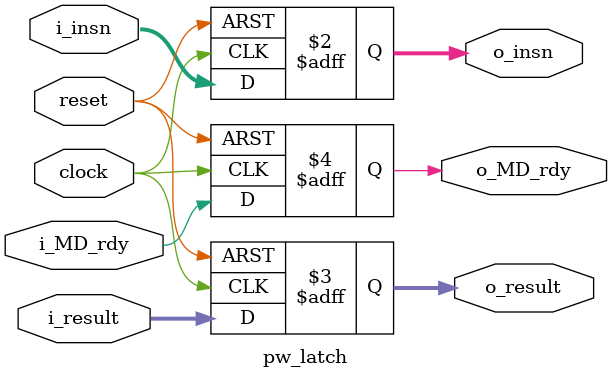
<source format=v>
module pw_latch(
    input clock,
    input reset,
    input [31:0] i_insn,
    input [31:0] i_result,
    input i_MD_rdy,
    output reg [31:0] o_insn,
    output reg [31:0] o_result,
    output reg o_MD_rdy
);

    always @(negedge clock or posedge reset) begin
       if (reset) begin
           o_insn <= 32'd0;
           o_result <= 32'd0;
           o_MD_rdy <= 1'd0;
       end else begin
           o_insn <= i_insn;
           o_result <= i_result;
           o_MD_rdy <= i_MD_rdy;
       end
   end

endmodule
</source>
